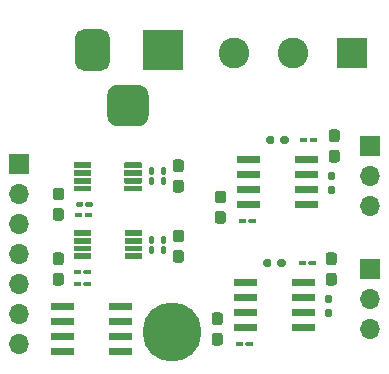
<source format=gbr>
%TF.GenerationSoftware,KiCad,Pcbnew,5.1.9+dfsg1-1+deb11u1*%
%TF.CreationDate,2023-02-23T11:19:56-05:00*%
%TF.ProjectId,DAC8811-sch,44414338-3831-4312-9d73-63682e6b6963,rev?*%
%TF.SameCoordinates,Original*%
%TF.FileFunction,Soldermask,Top*%
%TF.FilePolarity,Negative*%
%FSLAX46Y46*%
G04 Gerber Fmt 4.6, Leading zero omitted, Abs format (unit mm)*
G04 Created by KiCad (PCBNEW 5.1.9+dfsg1-1+deb11u1) date 2023-02-23 11:19:56*
%MOMM*%
%LPD*%
G01*
G04 APERTURE LIST*
%ADD10R,1.700000X1.700000*%
%ADD11O,1.700000X1.700000*%
%ADD12R,3.500000X3.500000*%
%ADD13R,2.600000X2.600000*%
%ADD14C,2.600000*%
%ADD15C,5.000000*%
G04 APERTURE END LIST*
%TO.C,C1*%
G36*
G01*
X139683500Y-107879000D02*
X139208500Y-107879000D01*
G75*
G02*
X138971000Y-107641500I0J237500D01*
G01*
X138971000Y-107041500D01*
G75*
G02*
X139208500Y-106804000I237500J0D01*
G01*
X139683500Y-106804000D01*
G75*
G02*
X139921000Y-107041500I0J-237500D01*
G01*
X139921000Y-107641500D01*
G75*
G02*
X139683500Y-107879000I-237500J0D01*
G01*
G37*
G36*
G01*
X139683500Y-109604000D02*
X139208500Y-109604000D01*
G75*
G02*
X138971000Y-109366500I0J237500D01*
G01*
X138971000Y-108766500D01*
G75*
G02*
X139208500Y-108529000I237500J0D01*
G01*
X139683500Y-108529000D01*
G75*
G02*
X139921000Y-108766500I0J-237500D01*
G01*
X139921000Y-109366500D01*
G75*
G02*
X139683500Y-109604000I-237500J0D01*
G01*
G37*
%TD*%
%TO.C,C2*%
G36*
G01*
X129556500Y-111984500D02*
X130031500Y-111984500D01*
G75*
G02*
X130269000Y-112222000I0J-237500D01*
G01*
X130269000Y-112822000D01*
G75*
G02*
X130031500Y-113059500I-237500J0D01*
G01*
X129556500Y-113059500D01*
G75*
G02*
X129319000Y-112822000I0J237500D01*
G01*
X129319000Y-112222000D01*
G75*
G02*
X129556500Y-111984500I237500J0D01*
G01*
G37*
G36*
G01*
X129556500Y-113709500D02*
X130031500Y-113709500D01*
G75*
G02*
X130269000Y-113947000I0J-237500D01*
G01*
X130269000Y-114547000D01*
G75*
G02*
X130031500Y-114784500I-237500J0D01*
G01*
X129556500Y-114784500D01*
G75*
G02*
X129319000Y-114547000I0J237500D01*
G01*
X129319000Y-113947000D01*
G75*
G02*
X129556500Y-113709500I237500J0D01*
G01*
G37*
%TD*%
%TO.C,C3*%
G36*
G01*
X137350500Y-107796000D02*
X137350500Y-107596000D01*
G75*
G02*
X137450500Y-107496000I100000J0D01*
G01*
X137885500Y-107496000D01*
G75*
G02*
X137985500Y-107596000I0J-100000D01*
G01*
X137985500Y-107796000D01*
G75*
G02*
X137885500Y-107896000I-100000J0D01*
G01*
X137450500Y-107896000D01*
G75*
G02*
X137350500Y-107796000I0J100000D01*
G01*
G37*
G36*
G01*
X136535500Y-107796000D02*
X136535500Y-107596000D01*
G75*
G02*
X136635500Y-107496000I100000J0D01*
G01*
X137070500Y-107496000D01*
G75*
G02*
X137170500Y-107596000I0J-100000D01*
G01*
X137170500Y-107796000D01*
G75*
G02*
X137070500Y-107896000I-100000J0D01*
G01*
X136635500Y-107896000D01*
G75*
G02*
X136535500Y-107796000I0J100000D01*
G01*
G37*
%TD*%
%TO.C,C4*%
G36*
G01*
X132805000Y-114454000D02*
X132805000Y-114654000D01*
G75*
G02*
X132705000Y-114754000I-100000J0D01*
G01*
X132270000Y-114754000D01*
G75*
G02*
X132170000Y-114654000I0J100000D01*
G01*
X132170000Y-114454000D01*
G75*
G02*
X132270000Y-114354000I100000J0D01*
G01*
X132705000Y-114354000D01*
G75*
G02*
X132805000Y-114454000I0J-100000D01*
G01*
G37*
G36*
G01*
X131990000Y-114454000D02*
X131990000Y-114654000D01*
G75*
G02*
X131890000Y-114754000I-100000J0D01*
G01*
X131455000Y-114754000D01*
G75*
G02*
X131355000Y-114654000I0J100000D01*
G01*
X131355000Y-114454000D01*
G75*
G02*
X131455000Y-114354000I100000J0D01*
G01*
X131890000Y-114354000D01*
G75*
G02*
X131990000Y-114454000I0J-100000D01*
G01*
G37*
%TD*%
%TO.C,C5*%
G36*
G01*
X126000500Y-115286500D02*
X126475500Y-115286500D01*
G75*
G02*
X126713000Y-115524000I0J-237500D01*
G01*
X126713000Y-116124000D01*
G75*
G02*
X126475500Y-116361500I-237500J0D01*
G01*
X126000500Y-116361500D01*
G75*
G02*
X125763000Y-116124000I0J237500D01*
G01*
X125763000Y-115524000D01*
G75*
G02*
X126000500Y-115286500I237500J0D01*
G01*
G37*
G36*
G01*
X126000500Y-117011500D02*
X126475500Y-117011500D01*
G75*
G02*
X126713000Y-117249000I0J-237500D01*
G01*
X126713000Y-117849000D01*
G75*
G02*
X126475500Y-118086500I-237500J0D01*
G01*
X126000500Y-118086500D01*
G75*
G02*
X125763000Y-117849000I0J237500D01*
G01*
X125763000Y-117249000D01*
G75*
G02*
X126000500Y-117011500I237500J0D01*
G01*
G37*
%TD*%
%TO.C,C6*%
G36*
G01*
X126000500Y-111069000D02*
X126475500Y-111069000D01*
G75*
G02*
X126713000Y-111306500I0J-237500D01*
G01*
X126713000Y-111906500D01*
G75*
G02*
X126475500Y-112144000I-237500J0D01*
G01*
X126000500Y-112144000D01*
G75*
G02*
X125763000Y-111906500I0J237500D01*
G01*
X125763000Y-111306500D01*
G75*
G02*
X126000500Y-111069000I237500J0D01*
G01*
G37*
G36*
G01*
X126000500Y-109344000D02*
X126475500Y-109344000D01*
G75*
G02*
X126713000Y-109581500I0J-237500D01*
G01*
X126713000Y-110181500D01*
G75*
G02*
X126475500Y-110419000I-237500J0D01*
G01*
X126000500Y-110419000D01*
G75*
G02*
X125763000Y-110181500I0J237500D01*
G01*
X125763000Y-109581500D01*
G75*
G02*
X126000500Y-109344000I237500J0D01*
G01*
G37*
%TD*%
%TO.C,C7*%
G36*
G01*
X124868000Y-116676000D02*
X125068000Y-116676000D01*
G75*
G02*
X125168000Y-116776000I0J-100000D01*
G01*
X125168000Y-117211000D01*
G75*
G02*
X125068000Y-117311000I-100000J0D01*
G01*
X124868000Y-117311000D01*
G75*
G02*
X124768000Y-117211000I0J100000D01*
G01*
X124768000Y-116776000D01*
G75*
G02*
X124868000Y-116676000I100000J0D01*
G01*
G37*
G36*
G01*
X124868000Y-115861000D02*
X125068000Y-115861000D01*
G75*
G02*
X125168000Y-115961000I0J-100000D01*
G01*
X125168000Y-116396000D01*
G75*
G02*
X125068000Y-116496000I-100000J0D01*
G01*
X124868000Y-116496000D01*
G75*
G02*
X124768000Y-116396000I0J100000D01*
G01*
X124768000Y-115961000D01*
G75*
G02*
X124868000Y-115861000I100000J0D01*
G01*
G37*
%TD*%
%TO.C,C8*%
G36*
G01*
X124868000Y-110834000D02*
X125068000Y-110834000D01*
G75*
G02*
X125168000Y-110934000I0J-100000D01*
G01*
X125168000Y-111369000D01*
G75*
G02*
X125068000Y-111469000I-100000J0D01*
G01*
X124868000Y-111469000D01*
G75*
G02*
X124768000Y-111369000I0J100000D01*
G01*
X124768000Y-110934000D01*
G75*
G02*
X124868000Y-110834000I100000J0D01*
G01*
G37*
G36*
G01*
X124868000Y-110019000D02*
X125068000Y-110019000D01*
G75*
G02*
X125168000Y-110119000I0J-100000D01*
G01*
X125168000Y-110554000D01*
G75*
G02*
X125068000Y-110654000I-100000J0D01*
G01*
X124868000Y-110654000D01*
G75*
G02*
X124768000Y-110554000I0J100000D01*
G01*
X124768000Y-110119000D01*
G75*
G02*
X124868000Y-110019000I100000J0D01*
G01*
G37*
%TD*%
%TO.C,C9*%
G36*
G01*
X123852000Y-115861000D02*
X124052000Y-115861000D01*
G75*
G02*
X124152000Y-115961000I0J-100000D01*
G01*
X124152000Y-116396000D01*
G75*
G02*
X124052000Y-116496000I-100000J0D01*
G01*
X123852000Y-116496000D01*
G75*
G02*
X123752000Y-116396000I0J100000D01*
G01*
X123752000Y-115961000D01*
G75*
G02*
X123852000Y-115861000I100000J0D01*
G01*
G37*
G36*
G01*
X123852000Y-116676000D02*
X124052000Y-116676000D01*
G75*
G02*
X124152000Y-116776000I0J-100000D01*
G01*
X124152000Y-117211000D01*
G75*
G02*
X124052000Y-117311000I-100000J0D01*
G01*
X123852000Y-117311000D01*
G75*
G02*
X123752000Y-117211000I0J100000D01*
G01*
X123752000Y-116776000D01*
G75*
G02*
X123852000Y-116676000I100000J0D01*
G01*
G37*
%TD*%
%TO.C,C10*%
G36*
G01*
X123852000Y-110019000D02*
X124052000Y-110019000D01*
G75*
G02*
X124152000Y-110119000I0J-100000D01*
G01*
X124152000Y-110554000D01*
G75*
G02*
X124052000Y-110654000I-100000J0D01*
G01*
X123852000Y-110654000D01*
G75*
G02*
X123752000Y-110554000I0J100000D01*
G01*
X123752000Y-110119000D01*
G75*
G02*
X123852000Y-110019000I100000J0D01*
G01*
G37*
G36*
G01*
X123852000Y-110834000D02*
X124052000Y-110834000D01*
G75*
G02*
X124152000Y-110934000I0J-100000D01*
G01*
X124152000Y-111369000D01*
G75*
G02*
X124052000Y-111469000I-100000J0D01*
G01*
X123852000Y-111469000D01*
G75*
G02*
X123752000Y-111369000I0J100000D01*
G01*
X123752000Y-110934000D01*
G75*
G02*
X123852000Y-110834000I100000J0D01*
G01*
G37*
%TD*%
%TO.C,C21*%
G36*
G01*
X139429500Y-120018000D02*
X138954500Y-120018000D01*
G75*
G02*
X138717000Y-119780500I0J237500D01*
G01*
X138717000Y-119180500D01*
G75*
G02*
X138954500Y-118943000I237500J0D01*
G01*
X139429500Y-118943000D01*
G75*
G02*
X139667000Y-119180500I0J-237500D01*
G01*
X139667000Y-119780500D01*
G75*
G02*
X139429500Y-120018000I-237500J0D01*
G01*
G37*
G36*
G01*
X139429500Y-118293000D02*
X138954500Y-118293000D01*
G75*
G02*
X138717000Y-118055500I0J237500D01*
G01*
X138717000Y-117455500D01*
G75*
G02*
X138954500Y-117218000I237500J0D01*
G01*
X139429500Y-117218000D01*
G75*
G02*
X139667000Y-117455500I0J-237500D01*
G01*
X139667000Y-118055500D01*
G75*
G02*
X139429500Y-118293000I-237500J0D01*
G01*
G37*
%TD*%
%TO.C,C22*%
G36*
G01*
X129302500Y-124023000D02*
X129777500Y-124023000D01*
G75*
G02*
X130015000Y-124260500I0J-237500D01*
G01*
X130015000Y-124860500D01*
G75*
G02*
X129777500Y-125098000I-237500J0D01*
G01*
X129302500Y-125098000D01*
G75*
G02*
X129065000Y-124860500I0J237500D01*
G01*
X129065000Y-124260500D01*
G75*
G02*
X129302500Y-124023000I237500J0D01*
G01*
G37*
G36*
G01*
X129302500Y-122298000D02*
X129777500Y-122298000D01*
G75*
G02*
X130015000Y-122535500I0J-237500D01*
G01*
X130015000Y-123135500D01*
G75*
G02*
X129777500Y-123373000I-237500J0D01*
G01*
X129302500Y-123373000D01*
G75*
G02*
X129065000Y-123135500I0J237500D01*
G01*
X129065000Y-122535500D01*
G75*
G02*
X129302500Y-122298000I237500J0D01*
G01*
G37*
%TD*%
%TO.C,C23*%
G36*
G01*
X137250000Y-118210000D02*
X137250000Y-118010000D01*
G75*
G02*
X137350000Y-117910000I100000J0D01*
G01*
X137785000Y-117910000D01*
G75*
G02*
X137885000Y-118010000I0J-100000D01*
G01*
X137885000Y-118210000D01*
G75*
G02*
X137785000Y-118310000I-100000J0D01*
G01*
X137350000Y-118310000D01*
G75*
G02*
X137250000Y-118210000I0J100000D01*
G01*
G37*
G36*
G01*
X136435000Y-118210000D02*
X136435000Y-118010000D01*
G75*
G02*
X136535000Y-117910000I100000J0D01*
G01*
X136970000Y-117910000D01*
G75*
G02*
X137070000Y-118010000I0J-100000D01*
G01*
X137070000Y-118210000D01*
G75*
G02*
X136970000Y-118310000I-100000J0D01*
G01*
X136535000Y-118310000D01*
G75*
G02*
X136435000Y-118210000I0J100000D01*
G01*
G37*
%TD*%
%TO.C,C24*%
G36*
G01*
X132551000Y-124868000D02*
X132551000Y-125068000D01*
G75*
G02*
X132451000Y-125168000I-100000J0D01*
G01*
X132016000Y-125168000D01*
G75*
G02*
X131916000Y-125068000I0J100000D01*
G01*
X131916000Y-124868000D01*
G75*
G02*
X132016000Y-124768000I100000J0D01*
G01*
X132451000Y-124768000D01*
G75*
G02*
X132551000Y-124868000I0J-100000D01*
G01*
G37*
G36*
G01*
X131736000Y-124868000D02*
X131736000Y-125068000D01*
G75*
G02*
X131636000Y-125168000I-100000J0D01*
G01*
X131201000Y-125168000D01*
G75*
G02*
X131101000Y-125068000I0J100000D01*
G01*
X131101000Y-124868000D01*
G75*
G02*
X131201000Y-124768000I100000J0D01*
G01*
X131636000Y-124768000D01*
G75*
G02*
X131736000Y-124868000I0J-100000D01*
G01*
G37*
%TD*%
D10*
%TO.C,J1*%
X112776000Y-109728000D03*
D11*
X112776000Y-112268000D03*
X112776000Y-114808000D03*
X112776000Y-117348000D03*
X112776000Y-119888000D03*
X112776000Y-122428000D03*
X112776000Y-124968000D03*
%TD*%
D12*
%TO.C,J3*%
X124968000Y-100076000D03*
G36*
G01*
X117468000Y-101076000D02*
X117468000Y-99076000D01*
G75*
G02*
X118218000Y-98326000I750000J0D01*
G01*
X119718000Y-98326000D01*
G75*
G02*
X120468000Y-99076000I0J-750000D01*
G01*
X120468000Y-101076000D01*
G75*
G02*
X119718000Y-101826000I-750000J0D01*
G01*
X118218000Y-101826000D01*
G75*
G02*
X117468000Y-101076000I0J750000D01*
G01*
G37*
G36*
G01*
X120218000Y-105651000D02*
X120218000Y-103901000D01*
G75*
G02*
X121093000Y-103026000I875000J0D01*
G01*
X122843000Y-103026000D01*
G75*
G02*
X123718000Y-103901000I0J-875000D01*
G01*
X123718000Y-105651000D01*
G75*
G02*
X122843000Y-106526000I-875000J0D01*
G01*
X121093000Y-106526000D01*
G75*
G02*
X120218000Y-105651000I0J875000D01*
G01*
G37*
%TD*%
D10*
%TO.C,J4*%
X142494000Y-118618000D03*
D11*
X142494000Y-121158000D03*
X142494000Y-123698000D03*
%TD*%
%TO.C,J5*%
X142494000Y-113284000D03*
X142494000Y-110744000D03*
D10*
X142494000Y-108204000D03*
%TD*%
%TO.C,R1*%
G36*
G01*
X138778000Y-121995500D02*
X139098000Y-121995500D01*
G75*
G02*
X139258000Y-122155500I0J-160000D01*
G01*
X139258000Y-122550500D01*
G75*
G02*
X139098000Y-122710500I-160000J0D01*
G01*
X138778000Y-122710500D01*
G75*
G02*
X138618000Y-122550500I0J160000D01*
G01*
X138618000Y-122155500D01*
G75*
G02*
X138778000Y-121995500I160000J0D01*
G01*
G37*
G36*
G01*
X138778000Y-120800500D02*
X139098000Y-120800500D01*
G75*
G02*
X139258000Y-120960500I0J-160000D01*
G01*
X139258000Y-121355500D01*
G75*
G02*
X139098000Y-121515500I-160000J0D01*
G01*
X138778000Y-121515500D01*
G75*
G02*
X138618000Y-121355500I0J160000D01*
G01*
X138618000Y-120960500D01*
G75*
G02*
X138778000Y-120800500I160000J0D01*
G01*
G37*
%TD*%
%TO.C,R2*%
G36*
G01*
X133411000Y-118270000D02*
X133411000Y-117950000D01*
G75*
G02*
X133571000Y-117790000I160000J0D01*
G01*
X133966000Y-117790000D01*
G75*
G02*
X134126000Y-117950000I0J-160000D01*
G01*
X134126000Y-118270000D01*
G75*
G02*
X133966000Y-118430000I-160000J0D01*
G01*
X133571000Y-118430000D01*
G75*
G02*
X133411000Y-118270000I0J160000D01*
G01*
G37*
G36*
G01*
X134606000Y-118270000D02*
X134606000Y-117950000D01*
G75*
G02*
X134766000Y-117790000I160000J0D01*
G01*
X135161000Y-117790000D01*
G75*
G02*
X135321000Y-117950000I0J-160000D01*
G01*
X135321000Y-118270000D01*
G75*
G02*
X135161000Y-118430000I-160000J0D01*
G01*
X134766000Y-118430000D01*
G75*
G02*
X134606000Y-118270000I0J160000D01*
G01*
G37*
%TD*%
%TO.C,R3*%
G36*
G01*
X139032000Y-111581500D02*
X139352000Y-111581500D01*
G75*
G02*
X139512000Y-111741500I0J-160000D01*
G01*
X139512000Y-112136500D01*
G75*
G02*
X139352000Y-112296500I-160000J0D01*
G01*
X139032000Y-112296500D01*
G75*
G02*
X138872000Y-112136500I0J160000D01*
G01*
X138872000Y-111741500D01*
G75*
G02*
X139032000Y-111581500I160000J0D01*
G01*
G37*
G36*
G01*
X139032000Y-110386500D02*
X139352000Y-110386500D01*
G75*
G02*
X139512000Y-110546500I0J-160000D01*
G01*
X139512000Y-110941500D01*
G75*
G02*
X139352000Y-111101500I-160000J0D01*
G01*
X139032000Y-111101500D01*
G75*
G02*
X138872000Y-110941500I0J160000D01*
G01*
X138872000Y-110546500D01*
G75*
G02*
X139032000Y-110386500I160000J0D01*
G01*
G37*
%TD*%
%TO.C,R4*%
G36*
G01*
X133665000Y-107856000D02*
X133665000Y-107536000D01*
G75*
G02*
X133825000Y-107376000I160000J0D01*
G01*
X134220000Y-107376000D01*
G75*
G02*
X134380000Y-107536000I0J-160000D01*
G01*
X134380000Y-107856000D01*
G75*
G02*
X134220000Y-108016000I-160000J0D01*
G01*
X133825000Y-108016000D01*
G75*
G02*
X133665000Y-107856000I0J160000D01*
G01*
G37*
G36*
G01*
X134860000Y-107856000D02*
X134860000Y-107536000D01*
G75*
G02*
X135020000Y-107376000I160000J0D01*
G01*
X135415000Y-107376000D01*
G75*
G02*
X135575000Y-107536000I0J-160000D01*
G01*
X135575000Y-107856000D01*
G75*
G02*
X135415000Y-108016000I-160000J0D01*
G01*
X135020000Y-108016000D01*
G75*
G02*
X134860000Y-107856000I0J160000D01*
G01*
G37*
%TD*%
%TO.C,U1*%
G36*
G01*
X121693000Y-115781200D02*
X121693000Y-115358800D01*
G75*
G02*
X121721800Y-115330000I28800J0D01*
G01*
X123134200Y-115330000D01*
G75*
G02*
X123163000Y-115358800I0J-28800D01*
G01*
X123163000Y-115781200D01*
G75*
G02*
X123134200Y-115810000I-28800J0D01*
G01*
X121721800Y-115810000D01*
G75*
G02*
X121693000Y-115781200I0J28800D01*
G01*
G37*
G36*
G01*
X121693000Y-116431200D02*
X121693000Y-116008800D01*
G75*
G02*
X121721800Y-115980000I28800J0D01*
G01*
X123134200Y-115980000D01*
G75*
G02*
X123163000Y-116008800I0J-28800D01*
G01*
X123163000Y-116431200D01*
G75*
G02*
X123134200Y-116460000I-28800J0D01*
G01*
X121721800Y-116460000D01*
G75*
G02*
X121693000Y-116431200I0J28800D01*
G01*
G37*
G36*
G01*
X121693000Y-117081200D02*
X121693000Y-116658800D01*
G75*
G02*
X121721800Y-116630000I28800J0D01*
G01*
X123134200Y-116630000D01*
G75*
G02*
X123163000Y-116658800I0J-28800D01*
G01*
X123163000Y-117081200D01*
G75*
G02*
X123134200Y-117110000I-28800J0D01*
G01*
X121721800Y-117110000D01*
G75*
G02*
X121693000Y-117081200I0J28800D01*
G01*
G37*
G36*
G01*
X121693000Y-117731200D02*
X121693000Y-117308800D01*
G75*
G02*
X121721800Y-117280000I28800J0D01*
G01*
X123134200Y-117280000D01*
G75*
G02*
X123163000Y-117308800I0J-28800D01*
G01*
X123163000Y-117731200D01*
G75*
G02*
X123134200Y-117760000I-28800J0D01*
G01*
X121721800Y-117760000D01*
G75*
G02*
X121693000Y-117731200I0J28800D01*
G01*
G37*
G36*
G01*
X117393000Y-117731200D02*
X117393000Y-117308800D01*
G75*
G02*
X117421800Y-117280000I28800J0D01*
G01*
X118834200Y-117280000D01*
G75*
G02*
X118863000Y-117308800I0J-28800D01*
G01*
X118863000Y-117731200D01*
G75*
G02*
X118834200Y-117760000I-28800J0D01*
G01*
X117421800Y-117760000D01*
G75*
G02*
X117393000Y-117731200I0J28800D01*
G01*
G37*
G36*
G01*
X117393000Y-117081200D02*
X117393000Y-116658800D01*
G75*
G02*
X117421800Y-116630000I28800J0D01*
G01*
X118834200Y-116630000D01*
G75*
G02*
X118863000Y-116658800I0J-28800D01*
G01*
X118863000Y-117081200D01*
G75*
G02*
X118834200Y-117110000I-28800J0D01*
G01*
X117421800Y-117110000D01*
G75*
G02*
X117393000Y-117081200I0J28800D01*
G01*
G37*
G36*
G01*
X117393000Y-116431200D02*
X117393000Y-116008800D01*
G75*
G02*
X117421800Y-115980000I28800J0D01*
G01*
X118834200Y-115980000D01*
G75*
G02*
X118863000Y-116008800I0J-28800D01*
G01*
X118863000Y-116431200D01*
G75*
G02*
X118834200Y-116460000I-28800J0D01*
G01*
X117421800Y-116460000D01*
G75*
G02*
X117393000Y-116431200I0J28800D01*
G01*
G37*
G36*
G01*
X117393000Y-115781200D02*
X117393000Y-115358800D01*
G75*
G02*
X117421800Y-115330000I28800J0D01*
G01*
X118834200Y-115330000D01*
G75*
G02*
X118863000Y-115358800I0J-28800D01*
G01*
X118863000Y-115781200D01*
G75*
G02*
X118834200Y-115810000I-28800J0D01*
G01*
X117421800Y-115810000D01*
G75*
G02*
X117393000Y-115781200I0J28800D01*
G01*
G37*
%TD*%
%TO.C,U2*%
G36*
G01*
X117375000Y-110051200D02*
X117375000Y-109628800D01*
G75*
G02*
X117403800Y-109600000I28800J0D01*
G01*
X118816200Y-109600000D01*
G75*
G02*
X118845000Y-109628800I0J-28800D01*
G01*
X118845000Y-110051200D01*
G75*
G02*
X118816200Y-110080000I-28800J0D01*
G01*
X117403800Y-110080000D01*
G75*
G02*
X117375000Y-110051200I0J28800D01*
G01*
G37*
G36*
G01*
X117375000Y-110701200D02*
X117375000Y-110278800D01*
G75*
G02*
X117403800Y-110250000I28800J0D01*
G01*
X118816200Y-110250000D01*
G75*
G02*
X118845000Y-110278800I0J-28800D01*
G01*
X118845000Y-110701200D01*
G75*
G02*
X118816200Y-110730000I-28800J0D01*
G01*
X117403800Y-110730000D01*
G75*
G02*
X117375000Y-110701200I0J28800D01*
G01*
G37*
G36*
G01*
X117375000Y-111351200D02*
X117375000Y-110928800D01*
G75*
G02*
X117403800Y-110900000I28800J0D01*
G01*
X118816200Y-110900000D01*
G75*
G02*
X118845000Y-110928800I0J-28800D01*
G01*
X118845000Y-111351200D01*
G75*
G02*
X118816200Y-111380000I-28800J0D01*
G01*
X117403800Y-111380000D01*
G75*
G02*
X117375000Y-111351200I0J28800D01*
G01*
G37*
G36*
G01*
X117375000Y-112001200D02*
X117375000Y-111578800D01*
G75*
G02*
X117403800Y-111550000I28800J0D01*
G01*
X118816200Y-111550000D01*
G75*
G02*
X118845000Y-111578800I0J-28800D01*
G01*
X118845000Y-112001200D01*
G75*
G02*
X118816200Y-112030000I-28800J0D01*
G01*
X117403800Y-112030000D01*
G75*
G02*
X117375000Y-112001200I0J28800D01*
G01*
G37*
G36*
G01*
X121675000Y-112001200D02*
X121675000Y-111578800D01*
G75*
G02*
X121703800Y-111550000I28800J0D01*
G01*
X123116200Y-111550000D01*
G75*
G02*
X123145000Y-111578800I0J-28800D01*
G01*
X123145000Y-112001200D01*
G75*
G02*
X123116200Y-112030000I-28800J0D01*
G01*
X121703800Y-112030000D01*
G75*
G02*
X121675000Y-112001200I0J28800D01*
G01*
G37*
G36*
G01*
X121675000Y-111351200D02*
X121675000Y-110928800D01*
G75*
G02*
X121703800Y-110900000I28800J0D01*
G01*
X123116200Y-110900000D01*
G75*
G02*
X123145000Y-110928800I0J-28800D01*
G01*
X123145000Y-111351200D01*
G75*
G02*
X123116200Y-111380000I-28800J0D01*
G01*
X121703800Y-111380000D01*
G75*
G02*
X121675000Y-111351200I0J28800D01*
G01*
G37*
G36*
G01*
X121675000Y-110701200D02*
X121675000Y-110278800D01*
G75*
G02*
X121703800Y-110250000I28800J0D01*
G01*
X123116200Y-110250000D01*
G75*
G02*
X123145000Y-110278800I0J-28800D01*
G01*
X123145000Y-110701200D01*
G75*
G02*
X123116200Y-110730000I-28800J0D01*
G01*
X121703800Y-110730000D01*
G75*
G02*
X121675000Y-110701200I0J28800D01*
G01*
G37*
G36*
G01*
X121675000Y-110051200D02*
X121675000Y-109628800D01*
G75*
G02*
X121703800Y-109600000I28800J0D01*
G01*
X123116200Y-109600000D01*
G75*
G02*
X123145000Y-109628800I0J-28800D01*
G01*
X123145000Y-110051200D01*
G75*
G02*
X123116200Y-110080000I-28800J0D01*
G01*
X121703800Y-110080000D01*
G75*
G02*
X121675000Y-110051200I0J28800D01*
G01*
G37*
%TD*%
%TO.C,U3*%
G36*
G01*
X130911000Y-120019000D02*
X130911000Y-119503000D01*
G75*
G02*
X130953000Y-119461000I42000J0D01*
G01*
X132839000Y-119461000D01*
G75*
G02*
X132881000Y-119503000I0J-42000D01*
G01*
X132881000Y-120019000D01*
G75*
G02*
X132839000Y-120061000I-42000J0D01*
G01*
X130953000Y-120061000D01*
G75*
G02*
X130911000Y-120019000I0J42000D01*
G01*
G37*
G36*
G01*
X130911000Y-121289000D02*
X130911000Y-120773000D01*
G75*
G02*
X130953000Y-120731000I42000J0D01*
G01*
X132839000Y-120731000D01*
G75*
G02*
X132881000Y-120773000I0J-42000D01*
G01*
X132881000Y-121289000D01*
G75*
G02*
X132839000Y-121331000I-42000J0D01*
G01*
X130953000Y-121331000D01*
G75*
G02*
X130911000Y-121289000I0J42000D01*
G01*
G37*
G36*
G01*
X130911000Y-122559000D02*
X130911000Y-122043000D01*
G75*
G02*
X130953000Y-122001000I42000J0D01*
G01*
X132839000Y-122001000D01*
G75*
G02*
X132881000Y-122043000I0J-42000D01*
G01*
X132881000Y-122559000D01*
G75*
G02*
X132839000Y-122601000I-42000J0D01*
G01*
X130953000Y-122601000D01*
G75*
G02*
X130911000Y-122559000I0J42000D01*
G01*
G37*
G36*
G01*
X130911000Y-123829000D02*
X130911000Y-123313000D01*
G75*
G02*
X130953000Y-123271000I42000J0D01*
G01*
X132839000Y-123271000D01*
G75*
G02*
X132881000Y-123313000I0J-42000D01*
G01*
X132881000Y-123829000D01*
G75*
G02*
X132839000Y-123871000I-42000J0D01*
G01*
X130953000Y-123871000D01*
G75*
G02*
X130911000Y-123829000I0J42000D01*
G01*
G37*
G36*
G01*
X135851000Y-123829000D02*
X135851000Y-123313000D01*
G75*
G02*
X135893000Y-123271000I42000J0D01*
G01*
X137779000Y-123271000D01*
G75*
G02*
X137821000Y-123313000I0J-42000D01*
G01*
X137821000Y-123829000D01*
G75*
G02*
X137779000Y-123871000I-42000J0D01*
G01*
X135893000Y-123871000D01*
G75*
G02*
X135851000Y-123829000I0J42000D01*
G01*
G37*
G36*
G01*
X135851000Y-122559000D02*
X135851000Y-122043000D01*
G75*
G02*
X135893000Y-122001000I42000J0D01*
G01*
X137779000Y-122001000D01*
G75*
G02*
X137821000Y-122043000I0J-42000D01*
G01*
X137821000Y-122559000D01*
G75*
G02*
X137779000Y-122601000I-42000J0D01*
G01*
X135893000Y-122601000D01*
G75*
G02*
X135851000Y-122559000I0J42000D01*
G01*
G37*
G36*
G01*
X135851000Y-121289000D02*
X135851000Y-120773000D01*
G75*
G02*
X135893000Y-120731000I42000J0D01*
G01*
X137779000Y-120731000D01*
G75*
G02*
X137821000Y-120773000I0J-42000D01*
G01*
X137821000Y-121289000D01*
G75*
G02*
X137779000Y-121331000I-42000J0D01*
G01*
X135893000Y-121331000D01*
G75*
G02*
X135851000Y-121289000I0J42000D01*
G01*
G37*
G36*
G01*
X135851000Y-120019000D02*
X135851000Y-119503000D01*
G75*
G02*
X135893000Y-119461000I42000J0D01*
G01*
X137779000Y-119461000D01*
G75*
G02*
X137821000Y-119503000I0J-42000D01*
G01*
X137821000Y-120019000D01*
G75*
G02*
X137779000Y-120061000I-42000J0D01*
G01*
X135893000Y-120061000D01*
G75*
G02*
X135851000Y-120019000I0J42000D01*
G01*
G37*
%TD*%
%TO.C,U4*%
G36*
G01*
X136105000Y-109605000D02*
X136105000Y-109089000D01*
G75*
G02*
X136147000Y-109047000I42000J0D01*
G01*
X138033000Y-109047000D01*
G75*
G02*
X138075000Y-109089000I0J-42000D01*
G01*
X138075000Y-109605000D01*
G75*
G02*
X138033000Y-109647000I-42000J0D01*
G01*
X136147000Y-109647000D01*
G75*
G02*
X136105000Y-109605000I0J42000D01*
G01*
G37*
G36*
G01*
X136105000Y-110875000D02*
X136105000Y-110359000D01*
G75*
G02*
X136147000Y-110317000I42000J0D01*
G01*
X138033000Y-110317000D01*
G75*
G02*
X138075000Y-110359000I0J-42000D01*
G01*
X138075000Y-110875000D01*
G75*
G02*
X138033000Y-110917000I-42000J0D01*
G01*
X136147000Y-110917000D01*
G75*
G02*
X136105000Y-110875000I0J42000D01*
G01*
G37*
G36*
G01*
X136105000Y-112145000D02*
X136105000Y-111629000D01*
G75*
G02*
X136147000Y-111587000I42000J0D01*
G01*
X138033000Y-111587000D01*
G75*
G02*
X138075000Y-111629000I0J-42000D01*
G01*
X138075000Y-112145000D01*
G75*
G02*
X138033000Y-112187000I-42000J0D01*
G01*
X136147000Y-112187000D01*
G75*
G02*
X136105000Y-112145000I0J42000D01*
G01*
G37*
G36*
G01*
X136105000Y-113415000D02*
X136105000Y-112899000D01*
G75*
G02*
X136147000Y-112857000I42000J0D01*
G01*
X138033000Y-112857000D01*
G75*
G02*
X138075000Y-112899000I0J-42000D01*
G01*
X138075000Y-113415000D01*
G75*
G02*
X138033000Y-113457000I-42000J0D01*
G01*
X136147000Y-113457000D01*
G75*
G02*
X136105000Y-113415000I0J42000D01*
G01*
G37*
G36*
G01*
X131165000Y-113415000D02*
X131165000Y-112899000D01*
G75*
G02*
X131207000Y-112857000I42000J0D01*
G01*
X133093000Y-112857000D01*
G75*
G02*
X133135000Y-112899000I0J-42000D01*
G01*
X133135000Y-113415000D01*
G75*
G02*
X133093000Y-113457000I-42000J0D01*
G01*
X131207000Y-113457000D01*
G75*
G02*
X131165000Y-113415000I0J42000D01*
G01*
G37*
G36*
G01*
X131165000Y-112145000D02*
X131165000Y-111629000D01*
G75*
G02*
X131207000Y-111587000I42000J0D01*
G01*
X133093000Y-111587000D01*
G75*
G02*
X133135000Y-111629000I0J-42000D01*
G01*
X133135000Y-112145000D01*
G75*
G02*
X133093000Y-112187000I-42000J0D01*
G01*
X131207000Y-112187000D01*
G75*
G02*
X131165000Y-112145000I0J42000D01*
G01*
G37*
G36*
G01*
X131165000Y-110875000D02*
X131165000Y-110359000D01*
G75*
G02*
X131207000Y-110317000I42000J0D01*
G01*
X133093000Y-110317000D01*
G75*
G02*
X133135000Y-110359000I0J-42000D01*
G01*
X133135000Y-110875000D01*
G75*
G02*
X133093000Y-110917000I-42000J0D01*
G01*
X131207000Y-110917000D01*
G75*
G02*
X131165000Y-110875000I0J42000D01*
G01*
G37*
G36*
G01*
X131165000Y-109605000D02*
X131165000Y-109089000D01*
G75*
G02*
X131207000Y-109047000I42000J0D01*
G01*
X133093000Y-109047000D01*
G75*
G02*
X133135000Y-109089000I0J-42000D01*
G01*
X133135000Y-109605000D01*
G75*
G02*
X133093000Y-109647000I-42000J0D01*
G01*
X131207000Y-109647000D01*
G75*
G02*
X131165000Y-109605000I0J42000D01*
G01*
G37*
%TD*%
%TO.C,U5*%
G36*
G01*
X115417000Y-122051000D02*
X115417000Y-121535000D01*
G75*
G02*
X115459000Y-121493000I42000J0D01*
G01*
X117345000Y-121493000D01*
G75*
G02*
X117387000Y-121535000I0J-42000D01*
G01*
X117387000Y-122051000D01*
G75*
G02*
X117345000Y-122093000I-42000J0D01*
G01*
X115459000Y-122093000D01*
G75*
G02*
X115417000Y-122051000I0J42000D01*
G01*
G37*
G36*
G01*
X115417000Y-123321000D02*
X115417000Y-122805000D01*
G75*
G02*
X115459000Y-122763000I42000J0D01*
G01*
X117345000Y-122763000D01*
G75*
G02*
X117387000Y-122805000I0J-42000D01*
G01*
X117387000Y-123321000D01*
G75*
G02*
X117345000Y-123363000I-42000J0D01*
G01*
X115459000Y-123363000D01*
G75*
G02*
X115417000Y-123321000I0J42000D01*
G01*
G37*
G36*
G01*
X115417000Y-124591000D02*
X115417000Y-124075000D01*
G75*
G02*
X115459000Y-124033000I42000J0D01*
G01*
X117345000Y-124033000D01*
G75*
G02*
X117387000Y-124075000I0J-42000D01*
G01*
X117387000Y-124591000D01*
G75*
G02*
X117345000Y-124633000I-42000J0D01*
G01*
X115459000Y-124633000D01*
G75*
G02*
X115417000Y-124591000I0J42000D01*
G01*
G37*
G36*
G01*
X115417000Y-125861000D02*
X115417000Y-125345000D01*
G75*
G02*
X115459000Y-125303000I42000J0D01*
G01*
X117345000Y-125303000D01*
G75*
G02*
X117387000Y-125345000I0J-42000D01*
G01*
X117387000Y-125861000D01*
G75*
G02*
X117345000Y-125903000I-42000J0D01*
G01*
X115459000Y-125903000D01*
G75*
G02*
X115417000Y-125861000I0J42000D01*
G01*
G37*
G36*
G01*
X120357000Y-125861000D02*
X120357000Y-125345000D01*
G75*
G02*
X120399000Y-125303000I42000J0D01*
G01*
X122285000Y-125303000D01*
G75*
G02*
X122327000Y-125345000I0J-42000D01*
G01*
X122327000Y-125861000D01*
G75*
G02*
X122285000Y-125903000I-42000J0D01*
G01*
X120399000Y-125903000D01*
G75*
G02*
X120357000Y-125861000I0J42000D01*
G01*
G37*
G36*
G01*
X120357000Y-124591000D02*
X120357000Y-124075000D01*
G75*
G02*
X120399000Y-124033000I42000J0D01*
G01*
X122285000Y-124033000D01*
G75*
G02*
X122327000Y-124075000I0J-42000D01*
G01*
X122327000Y-124591000D01*
G75*
G02*
X122285000Y-124633000I-42000J0D01*
G01*
X120399000Y-124633000D01*
G75*
G02*
X120357000Y-124591000I0J42000D01*
G01*
G37*
G36*
G01*
X120357000Y-123321000D02*
X120357000Y-122805000D01*
G75*
G02*
X120399000Y-122763000I42000J0D01*
G01*
X122285000Y-122763000D01*
G75*
G02*
X122327000Y-122805000I0J-42000D01*
G01*
X122327000Y-123321000D01*
G75*
G02*
X122285000Y-123363000I-42000J0D01*
G01*
X120399000Y-123363000D01*
G75*
G02*
X120357000Y-123321000I0J42000D01*
G01*
G37*
G36*
G01*
X120357000Y-122051000D02*
X120357000Y-121535000D01*
G75*
G02*
X120399000Y-121493000I42000J0D01*
G01*
X122285000Y-121493000D01*
G75*
G02*
X122327000Y-121535000I0J-42000D01*
G01*
X122327000Y-122051000D01*
G75*
G02*
X122285000Y-122093000I-42000J0D01*
G01*
X120399000Y-122093000D01*
G75*
G02*
X120357000Y-122051000I0J42000D01*
G01*
G37*
%TD*%
%TO.C,C11*%
G36*
G01*
X115840500Y-113455500D02*
X116315500Y-113455500D01*
G75*
G02*
X116553000Y-113693000I0J-237500D01*
G01*
X116553000Y-114293000D01*
G75*
G02*
X116315500Y-114530500I-237500J0D01*
G01*
X115840500Y-114530500D01*
G75*
G02*
X115603000Y-114293000I0J237500D01*
G01*
X115603000Y-113693000D01*
G75*
G02*
X115840500Y-113455500I237500J0D01*
G01*
G37*
G36*
G01*
X115840500Y-111730500D02*
X116315500Y-111730500D01*
G75*
G02*
X116553000Y-111968000I0J-237500D01*
G01*
X116553000Y-112568000D01*
G75*
G02*
X116315500Y-112805500I-237500J0D01*
G01*
X115840500Y-112805500D01*
G75*
G02*
X115603000Y-112568000I0J237500D01*
G01*
X115603000Y-111968000D01*
G75*
G02*
X115840500Y-111730500I237500J0D01*
G01*
G37*
%TD*%
%TO.C,C12*%
G36*
G01*
X115840500Y-117218000D02*
X116315500Y-117218000D01*
G75*
G02*
X116553000Y-117455500I0J-237500D01*
G01*
X116553000Y-118055500D01*
G75*
G02*
X116315500Y-118293000I-237500J0D01*
G01*
X115840500Y-118293000D01*
G75*
G02*
X115603000Y-118055500I0J237500D01*
G01*
X115603000Y-117455500D01*
G75*
G02*
X115840500Y-117218000I237500J0D01*
G01*
G37*
G36*
G01*
X115840500Y-118943000D02*
X116315500Y-118943000D01*
G75*
G02*
X116553000Y-119180500I0J-237500D01*
G01*
X116553000Y-119780500D01*
G75*
G02*
X116315500Y-120018000I-237500J0D01*
G01*
X115840500Y-120018000D01*
G75*
G02*
X115603000Y-119780500I0J237500D01*
G01*
X115603000Y-119180500D01*
G75*
G02*
X115840500Y-118943000I237500J0D01*
G01*
G37*
%TD*%
%TO.C,C13*%
G36*
G01*
X117560001Y-113251001D02*
X117560001Y-113051001D01*
G75*
G02*
X117660001Y-112951001I100000J0D01*
G01*
X118095001Y-112951001D01*
G75*
G02*
X118195001Y-113051001I0J-100000D01*
G01*
X118195001Y-113251001D01*
G75*
G02*
X118095001Y-113351001I-100000J0D01*
G01*
X117660001Y-113351001D01*
G75*
G02*
X117560001Y-113251001I0J100000D01*
G01*
G37*
G36*
G01*
X118375001Y-113251001D02*
X118375001Y-113051001D01*
G75*
G02*
X118475001Y-112951001I100000J0D01*
G01*
X118910001Y-112951001D01*
G75*
G02*
X119010001Y-113051001I0J-100000D01*
G01*
X119010001Y-113251001D01*
G75*
G02*
X118910001Y-113351001I-100000J0D01*
G01*
X118475001Y-113351001D01*
G75*
G02*
X118375001Y-113251001I0J100000D01*
G01*
G37*
%TD*%
%TO.C,C14*%
G36*
G01*
X117385000Y-118972000D02*
X117385000Y-118772000D01*
G75*
G02*
X117485000Y-118672000I100000J0D01*
G01*
X117920000Y-118672000D01*
G75*
G02*
X118020000Y-118772000I0J-100000D01*
G01*
X118020000Y-118972000D01*
G75*
G02*
X117920000Y-119072000I-100000J0D01*
G01*
X117485000Y-119072000D01*
G75*
G02*
X117385000Y-118972000I0J100000D01*
G01*
G37*
G36*
G01*
X118200000Y-118972000D02*
X118200000Y-118772000D01*
G75*
G02*
X118300000Y-118672000I100000J0D01*
G01*
X118735000Y-118672000D01*
G75*
G02*
X118835000Y-118772000I0J-100000D01*
G01*
X118835000Y-118972000D01*
G75*
G02*
X118735000Y-119072000I-100000J0D01*
G01*
X118300000Y-119072000D01*
G75*
G02*
X118200000Y-118972000I0J100000D01*
G01*
G37*
%TD*%
%TO.C,C15*%
G36*
G01*
X118300500Y-114146000D02*
X118300500Y-113946000D01*
G75*
G02*
X118400500Y-113846000I100000J0D01*
G01*
X118835500Y-113846000D01*
G75*
G02*
X118935500Y-113946000I0J-100000D01*
G01*
X118935500Y-114146000D01*
G75*
G02*
X118835500Y-114246000I-100000J0D01*
G01*
X118400500Y-114246000D01*
G75*
G02*
X118300500Y-114146000I0J100000D01*
G01*
G37*
G36*
G01*
X117485500Y-114146000D02*
X117485500Y-113946000D01*
G75*
G02*
X117585500Y-113846000I100000J0D01*
G01*
X118020500Y-113846000D01*
G75*
G02*
X118120500Y-113946000I0J-100000D01*
G01*
X118120500Y-114146000D01*
G75*
G02*
X118020500Y-114246000I-100000J0D01*
G01*
X117585500Y-114246000D01*
G75*
G02*
X117485500Y-114146000I0J100000D01*
G01*
G37*
%TD*%
%TO.C,C16*%
G36*
G01*
X118200000Y-119988000D02*
X118200000Y-119788000D01*
G75*
G02*
X118300000Y-119688000I100000J0D01*
G01*
X118735000Y-119688000D01*
G75*
G02*
X118835000Y-119788000I0J-100000D01*
G01*
X118835000Y-119988000D01*
G75*
G02*
X118735000Y-120088000I-100000J0D01*
G01*
X118300000Y-120088000D01*
G75*
G02*
X118200000Y-119988000I0J100000D01*
G01*
G37*
G36*
G01*
X117385000Y-119988000D02*
X117385000Y-119788000D01*
G75*
G02*
X117485000Y-119688000I100000J0D01*
G01*
X117920000Y-119688000D01*
G75*
G02*
X118020000Y-119788000I0J-100000D01*
G01*
X118020000Y-119988000D01*
G75*
G02*
X117920000Y-120088000I-100000J0D01*
G01*
X117485000Y-120088000D01*
G75*
G02*
X117385000Y-119988000I0J100000D01*
G01*
G37*
%TD*%
D13*
%TO.C,J2*%
X140970000Y-100330000D03*
D14*
X135970000Y-100330000D03*
X130970000Y-100330000D03*
%TD*%
D15*
%TO.C,H1*%
X125730000Y-123952000D03*
%TD*%
M02*

</source>
